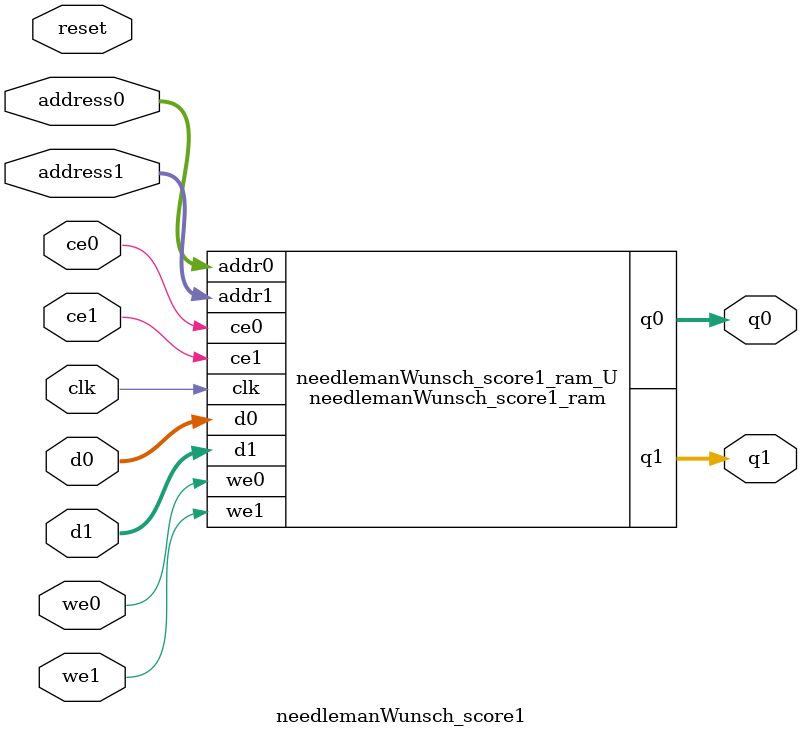
<source format=v>

`timescale 1 ns / 1 ps
module needlemanWunsch_score1_ram (addr0, ce0, d0, we0, q0, addr1, ce1, d1, we1, q1,  clk);

parameter DWIDTH = 8;
parameter AWIDTH = 7;
parameter MEM_SIZE = 100;

input[AWIDTH-1:0] addr0;
input ce0;
input[DWIDTH-1:0] d0;
input we0;
output reg[DWIDTH-1:0] q0;
input[AWIDTH-1:0] addr1;
input ce1;
input[DWIDTH-1:0] d1;
input we1;
output reg[DWIDTH-1:0] q1;
input clk;

(* ram_style = "block" *)reg [DWIDTH-1:0] ram[MEM_SIZE-1:0];




always @(posedge clk)  
begin 
    if (ce0) 
    begin
        if (we0) 
        begin 
            ram[addr0] <= d0; 
            q0 <= d0;
        end 
        else 
            q0 <= ram[addr0];
    end
end


always @(posedge clk)  
begin 
    if (ce1) 
    begin
        if (we1) 
        begin 
            ram[addr1] <= d1; 
            q1 <= d1;
        end 
        else 
            q1 <= ram[addr1];
    end
end


endmodule


`timescale 1 ns / 1 ps
module needlemanWunsch_score1(
    reset,
    clk,
    address0,
    ce0,
    we0,
    d0,
    q0,
    address1,
    ce1,
    we1,
    d1,
    q1);

parameter DataWidth = 32'd8;
parameter AddressRange = 32'd100;
parameter AddressWidth = 32'd7;
input reset;
input clk;
input[AddressWidth - 1:0] address0;
input ce0;
input we0;
input[DataWidth - 1:0] d0;
output[DataWidth - 1:0] q0;
input[AddressWidth - 1:0] address1;
input ce1;
input we1;
input[DataWidth - 1:0] d1;
output[DataWidth - 1:0] q1;



needlemanWunsch_score1_ram needlemanWunsch_score1_ram_U(
    .clk( clk ),
    .addr0( address0 ),
    .ce0( ce0 ),
    .d0( d0 ),
    .we0( we0 ),
    .q0( q0 ),
    .addr1( address1 ),
    .ce1( ce1 ),
    .d1( d1 ),
    .we1( we1 ),
    .q1( q1 ));

endmodule


</source>
